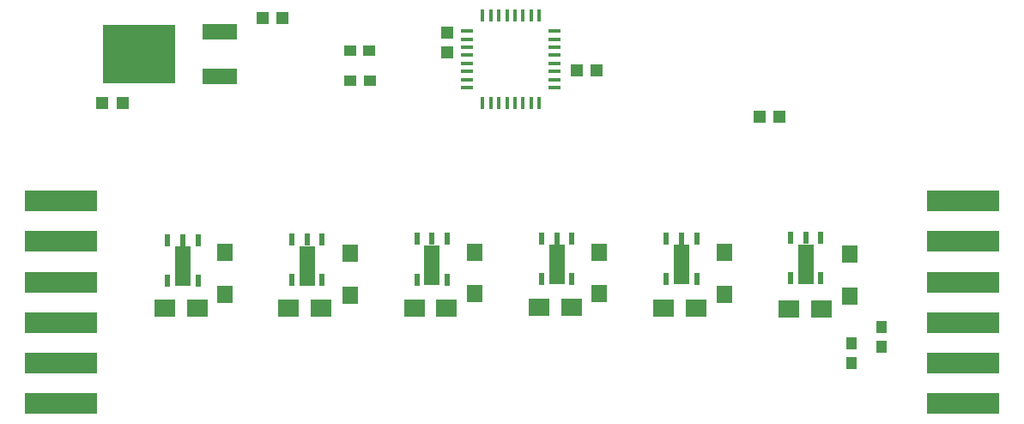
<source format=gtp>
G75*
G70*
%OFA0B0*%
%FSLAX24Y24*%
%IPPOS*%
%LPD*%
%AMOC8*
5,1,8,0,0,1.08239X$1,22.5*
%
%ADD10R,0.0630X0.0709*%
%ADD11R,0.0787X0.0709*%
%ADD12R,0.0197X0.0472*%
%ADD13R,0.0630X0.1575*%
%ADD14R,0.2441X0.2283*%
%ADD15R,0.1339X0.0630*%
%ADD16R,0.0394X0.2283*%
%ADD17R,0.0472X0.0472*%
%ADD18R,0.0394X0.0512*%
%ADD19R,0.2835X0.0787*%
%ADD20R,0.0157X0.0472*%
%ADD21R,0.0472X0.0157*%
%ADD22R,0.0512X0.0394*%
D10*
X022378Y020236D03*
X022378Y021850D03*
X027220Y021826D03*
X027220Y020212D03*
X032078Y020248D03*
X032078Y021862D03*
X036909Y021870D03*
X036909Y020256D03*
X041771Y020244D03*
X041771Y021858D03*
X046641Y021795D03*
X046641Y020181D03*
D11*
X045535Y019677D03*
X044275Y019677D03*
X040653Y019689D03*
X039393Y019689D03*
X035826Y019716D03*
X034567Y019716D03*
X030976Y019704D03*
X029716Y019704D03*
X026094Y019685D03*
X024834Y019685D03*
X021307Y019697D03*
X020047Y019697D03*
D12*
X020145Y020771D03*
X021326Y020771D03*
X021326Y022346D03*
X020736Y022346D03*
X020145Y022346D03*
X024960Y022358D03*
X025551Y022358D03*
X026141Y022358D03*
X026141Y020783D03*
X024960Y020783D03*
X029819Y020811D03*
X031000Y020811D03*
X031000Y022386D03*
X030409Y022386D03*
X029819Y022386D03*
X034665Y022413D03*
X035256Y022413D03*
X035846Y022413D03*
X035846Y020838D03*
X034665Y020838D03*
X039508Y020834D03*
X040689Y020834D03*
X040689Y022409D03*
X040098Y022409D03*
X039508Y022409D03*
X044326Y022425D03*
X044917Y022425D03*
X045508Y022425D03*
X045508Y020850D03*
X044326Y020850D03*
D13*
X044917Y021401D03*
X040098Y021386D03*
X035256Y021389D03*
X030409Y021362D03*
X025551Y021334D03*
X020736Y021323D03*
D14*
X019236Y029574D03*
D15*
X022149Y028708D03*
X022149Y030441D03*
D16*
X017819Y029574D03*
D17*
X017602Y027681D03*
X018389Y027681D03*
X023819Y030949D03*
X024606Y030949D03*
X030996Y030405D03*
X030996Y029618D03*
X036015Y028941D03*
X036803Y028941D03*
X043118Y027126D03*
X043905Y027126D03*
D18*
X047850Y018952D03*
X047850Y018204D03*
X046693Y018326D03*
X046693Y017578D03*
D19*
X015996Y015984D03*
X015996Y017559D03*
X015996Y019134D03*
X015996Y020708D03*
X015996Y022283D03*
X015996Y023858D03*
X051027Y023858D03*
X051027Y022283D03*
X051027Y020708D03*
X051027Y019134D03*
X051027Y017559D03*
X051027Y015984D03*
D20*
X034574Y027665D03*
X034260Y027665D03*
X033945Y027665D03*
X033630Y027665D03*
X033315Y027665D03*
X033000Y027665D03*
X032685Y027665D03*
X032370Y027665D03*
X032370Y031051D03*
X032685Y031051D03*
X033000Y031051D03*
X033315Y031051D03*
X033630Y031051D03*
X033945Y031051D03*
X034260Y031051D03*
X034574Y031051D03*
D21*
X035165Y030460D03*
X035165Y030145D03*
X035165Y029830D03*
X035165Y029515D03*
X035165Y029200D03*
X035165Y028886D03*
X035165Y028571D03*
X035165Y028256D03*
X031779Y028256D03*
X031779Y028571D03*
X031779Y028886D03*
X031779Y029200D03*
X031779Y029515D03*
X031779Y029830D03*
X031779Y030145D03*
X031779Y030460D03*
D22*
X027972Y029693D03*
X027224Y029693D03*
X027236Y028535D03*
X027984Y028535D03*
M02*

</source>
